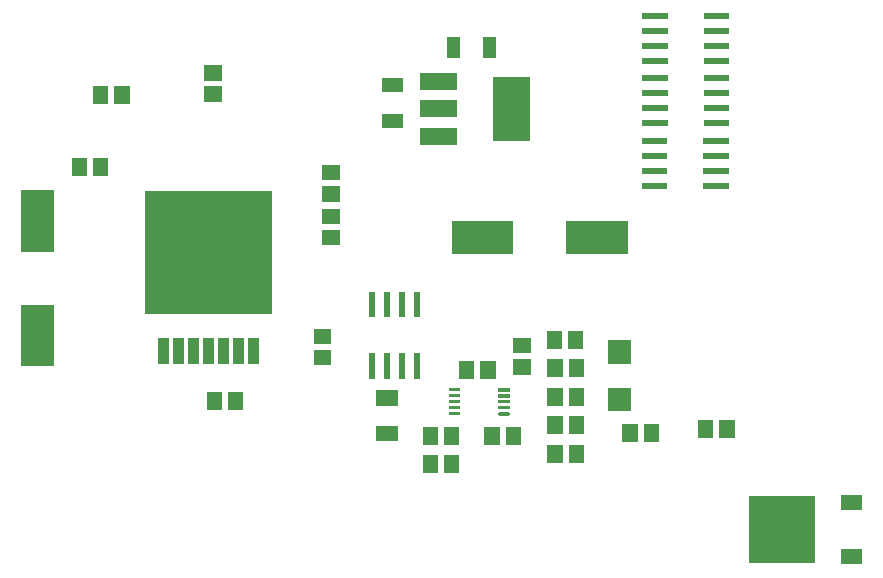
<source format=gbr>
G04 start of page 12 for group -4015 idx -4015 *
G04 Title: RspPiPS, toppaste *
G04 Creator: pcb 4.0.2 *
G04 CreationDate: Thu Dec 16 04:25:21 2021 UTC *
G04 For: austin *
G04 Format: Gerber/RS-274X *
G04 PCB-Dimensions (mil): 10000.00 10000.00 *
G04 PCB-Coordinate-Origin: lower left *
%MOIN*%
%FSLAX25Y25*%
%LNTOPPASTE*%
%ADD113C,0.0120*%
%ADD112C,0.0001*%
G54D112*G36*
X222800Y636450D02*X219200D01*
Y627950D01*
X222800D01*
Y636450D01*
G37*
G36*
X227800D02*X224200D01*
Y627950D01*
X227800D01*
Y636450D01*
G37*
G36*
X232800D02*X229200D01*
Y627950D01*
X232800D01*
Y636450D01*
G37*
G36*
X237800D02*X234200D01*
Y627950D01*
X237800D01*
Y636450D01*
G37*
G36*
X242800D02*X239200D01*
Y627950D01*
X242800D01*
Y636450D01*
G37*
G36*
X247800D02*X244200D01*
Y627950D01*
X247800D01*
Y636450D01*
G37*
G36*
X252800D02*X249200D01*
Y627950D01*
X252800D01*
Y636450D01*
G37*
G36*
X214750Y685500D02*Y644500D01*
X257250D01*
Y685500D01*
X214750D01*
G37*
G36*
X291543Y631549D02*X289543D01*
Y623049D01*
X291543D01*
Y631549D01*
G37*
G36*
X296543D02*X294543D01*
Y623049D01*
X296543D01*
Y631549D01*
G37*
G36*
X301543D02*X299543D01*
Y623049D01*
X301543D01*
Y631549D01*
G37*
G36*
X306543D02*X304543D01*
Y623049D01*
X306543D01*
Y631549D01*
G37*
G36*
Y652049D02*X304543D01*
Y643549D01*
X306543D01*
Y652049D01*
G37*
G36*
X301543D02*X299543D01*
Y643549D01*
X301543D01*
Y652049D01*
G37*
G36*
X296543D02*X294543D01*
Y643549D01*
X296543D01*
Y652049D01*
G37*
G36*
X291543D02*X289543D01*
Y643549D01*
X291543D01*
Y652049D01*
G37*
G36*
X312516Y606952D02*X307398D01*
Y601048D01*
X312516D01*
Y606952D01*
G37*
G36*
X319602D02*X314484D01*
Y601048D01*
X319602D01*
Y606952D01*
G37*
G36*
X271048Y639688D02*Y634570D01*
X276952D01*
Y639688D01*
X271048D01*
G37*
G36*
Y632602D02*Y627484D01*
X276952D01*
Y632602D01*
X271048D01*
G37*
G36*
X202602Y696452D02*X197484D01*
Y690548D01*
X202602D01*
Y696452D01*
G37*
G36*
X195516D02*X190398D01*
Y690548D01*
X195516D01*
Y696452D01*
G37*
G36*
X379016Y607952D02*X373898D01*
Y602048D01*
X379016D01*
Y607952D01*
G37*
G36*
X386102D02*X380984D01*
Y602048D01*
X386102D01*
Y607952D01*
G37*
G36*
X291772Y607418D02*Y602300D01*
X299252D01*
Y607418D01*
X291772D01*
G37*
G36*
Y619228D02*Y614110D01*
X299252D01*
Y619228D01*
X291772D01*
G37*
G54D113*X333123Y611412D02*X335723D01*
G54D112*G36*
X332523Y614012D02*Y612812D01*
X336323D01*
Y614012D01*
X332523D01*
G37*
G36*
Y616012D02*Y614812D01*
X336323D01*
Y616012D01*
X332523D01*
G37*
G36*
Y617912D02*Y616712D01*
X336323D01*
Y617912D01*
X332523D01*
G37*
G36*
Y619912D02*Y618712D01*
X336323D01*
Y619912D01*
X332523D01*
G37*
G36*
X316023Y620012D02*Y618812D01*
X319823D01*
Y620012D01*
X316023D01*
G37*
G36*
Y618012D02*Y616812D01*
X319823D01*
Y618012D01*
X316023D01*
G37*
G36*
Y616012D02*Y614812D01*
X319823D01*
Y616012D01*
X316023D01*
G37*
G36*
Y614112D02*Y612912D01*
X319823D01*
Y614112D01*
X316023D01*
G37*
G36*
Y612112D02*Y610912D01*
X319823D01*
Y612112D01*
X316023D01*
G37*
G36*
X324602Y628952D02*X319484D01*
Y623048D01*
X324602D01*
Y628952D01*
G37*
G36*
X331688D02*X326570D01*
Y623048D01*
X331688D01*
Y628952D01*
G37*
G36*
X369050Y620100D02*Y612200D01*
X376950D01*
Y620100D01*
X369050D01*
G37*
G36*
Y635800D02*Y627900D01*
X376950D01*
Y635800D01*
X369050D01*
G37*
G36*
X361102Y600952D02*X355984D01*
Y595048D01*
X361102D01*
Y600952D01*
G37*
G36*
X354016D02*X348898D01*
Y595048D01*
X354016D01*
Y600952D01*
G37*
G36*
X361102Y610452D02*X355984D01*
Y604548D01*
X361102D01*
Y610452D01*
G37*
G36*
X354016D02*X348898D01*
Y604548D01*
X354016D01*
Y610452D01*
G37*
G36*
X361102Y629452D02*X355984D01*
Y623548D01*
X361102D01*
Y629452D01*
G37*
G36*
X354016D02*X348898D01*
Y623548D01*
X354016D01*
Y629452D01*
G37*
G36*
X361102Y619952D02*X355984D01*
Y614048D01*
X361102D01*
Y619952D01*
G37*
G36*
X354016D02*X348898D01*
Y614048D01*
X354016D01*
Y619952D01*
G37*
G36*
X312516Y597452D02*X307398D01*
Y591548D01*
X312516D01*
Y597452D01*
G37*
G36*
X319602D02*X314484D01*
Y591548D01*
X319602D01*
Y597452D01*
G37*
G36*
X184512Y647642D02*X173488D01*
Y627169D01*
X184512D01*
Y647642D01*
G37*
G36*
Y685831D02*X173488D01*
Y665358D01*
X184512D01*
Y685831D01*
G37*
G36*
X340102Y606952D02*X334984D01*
Y601048D01*
X340102D01*
Y606952D01*
G37*
G36*
X333016D02*X327898D01*
Y601048D01*
X333016D01*
Y606952D01*
G37*
G36*
X337505Y636645D02*Y631527D01*
X343409D01*
Y636645D01*
X337505D01*
G37*
G36*
Y629559D02*Y624441D01*
X343409D01*
Y629559D01*
X337505D01*
G37*
G36*
X353866Y638952D02*X348748D01*
Y633048D01*
X353866D01*
Y638952D01*
G37*
G36*
X360952D02*X355834D01*
Y633048D01*
X360952D01*
Y638952D01*
G37*
G36*
X247559Y618452D02*X242441D01*
Y612548D01*
X247559D01*
Y618452D01*
G37*
G36*
X240473D02*X235355D01*
Y612548D01*
X240473D01*
Y618452D01*
G37*
G36*
X234591Y720473D02*Y715355D01*
X240495D01*
Y720473D01*
X234591D01*
G37*
G36*
Y727559D02*Y722441D01*
X240495D01*
Y727559D01*
X234591D01*
G37*
G36*
X209645Y720452D02*X204527D01*
Y714548D01*
X209645D01*
Y720452D01*
G37*
G36*
X202559D02*X197441D01*
Y714548D01*
X202559D01*
Y720452D01*
G37*
G36*
X355197Y675512D02*Y664488D01*
X375669D01*
Y675512D01*
X355197D01*
G37*
G36*
X317008D02*Y664488D01*
X337480D01*
Y675512D01*
X317008D01*
G37*
G36*
X319863Y736915D02*X315363D01*
Y729915D01*
X319863D01*
Y736915D01*
G37*
G36*
X331863D02*X327363D01*
Y729915D01*
X331863D01*
Y736915D01*
G37*
G36*
X306498Y724792D02*Y719192D01*
X318698D01*
Y724792D01*
X306498D01*
G37*
G36*
Y715792D02*Y710192D01*
X318698D01*
Y715792D01*
X306498D01*
G37*
G36*
Y706692D02*Y701092D01*
X318698D01*
Y706692D01*
X306498D01*
G37*
G36*
X343098Y723592D02*X330898D01*
Y702392D01*
X343098D01*
Y723592D01*
G37*
G36*
X293685Y723211D02*Y718711D01*
X300685D01*
Y723211D01*
X293685D01*
G37*
G36*
Y711211D02*Y706711D01*
X300685D01*
Y711211D01*
X293685D01*
G37*
G36*
X380368Y703244D02*Y701244D01*
X388868D01*
Y703244D01*
X380368D01*
G37*
G36*
Y698244D02*Y696244D01*
X388868D01*
Y698244D01*
X380368D01*
G37*
G36*
Y693244D02*Y691244D01*
X388868D01*
Y693244D01*
X380368D01*
G37*
G36*
Y688244D02*Y686244D01*
X388868D01*
Y688244D01*
X380368D01*
G37*
G36*
X400868D02*Y686244D01*
X409368D01*
Y688244D01*
X400868D01*
G37*
G36*
Y693244D02*Y691244D01*
X409368D01*
Y693244D01*
X400868D01*
G37*
G36*
Y698244D02*Y696244D01*
X409368D01*
Y698244D01*
X400868D01*
G37*
G36*
Y703244D02*Y701244D01*
X409368D01*
Y703244D01*
X400868D01*
G37*
G36*
X380516Y724303D02*Y722303D01*
X389016D01*
Y724303D01*
X380516D01*
G37*
G36*
Y719303D02*Y717303D01*
X389016D01*
Y719303D01*
X380516D01*
G37*
G36*
Y714303D02*Y712303D01*
X389016D01*
Y714303D01*
X380516D01*
G37*
G36*
Y709303D02*Y707303D01*
X389016D01*
Y709303D01*
X380516D01*
G37*
G36*
X401016D02*Y707303D01*
X409516D01*
Y709303D01*
X401016D01*
G37*
G36*
Y714303D02*Y712303D01*
X409516D01*
Y714303D01*
X401016D01*
G37*
G36*
Y719303D02*Y717303D01*
X409516D01*
Y719303D01*
X401016D01*
G37*
G36*
Y724303D02*Y722303D01*
X409516D01*
Y724303D01*
X401016D01*
G37*
G36*
X380516Y744858D02*Y742858D01*
X389016D01*
Y744858D01*
X380516D01*
G37*
G36*
Y739858D02*Y737858D01*
X389016D01*
Y739858D01*
X380516D01*
G37*
G36*
Y734858D02*Y732858D01*
X389016D01*
Y734858D01*
X380516D01*
G37*
G36*
Y729858D02*Y727858D01*
X389016D01*
Y729858D01*
X380516D01*
G37*
G36*
X401016D02*Y727858D01*
X409516D01*
Y729858D01*
X401016D01*
G37*
G36*
Y734858D02*Y732858D01*
X409516D01*
Y734858D01*
X401016D01*
G37*
G36*
Y739858D02*Y737858D01*
X409516D01*
Y739858D01*
X401016D01*
G37*
G36*
Y744858D02*Y742858D01*
X409516D01*
Y744858D01*
X401016D01*
G37*
G36*
X446689Y566411D02*Y561211D01*
X453889D01*
Y566411D01*
X446689D01*
G37*
G36*
Y584411D02*Y579211D01*
X453889D01*
Y584411D01*
X446689D01*
G37*
G36*
X438189Y584061D02*X416189D01*
Y561561D01*
X438189D01*
Y584061D01*
G37*
G36*
X404252Y609318D02*X399134D01*
Y603414D01*
X404252D01*
Y609318D01*
G37*
G36*
X411338D02*X406220D01*
Y603414D01*
X411338D01*
Y609318D01*
G37*
G36*
X273820Y679697D02*Y674579D01*
X279724D01*
Y679697D01*
X273820D01*
G37*
G36*
Y672611D02*Y667493D01*
X279724D01*
Y672611D01*
X273820D01*
G37*
G36*
Y687178D02*Y682060D01*
X279724D01*
Y687178D01*
X273820D01*
G37*
G36*
Y694264D02*Y689146D01*
X279724D01*
Y694264D01*
X273820D01*
G37*
M02*

</source>
